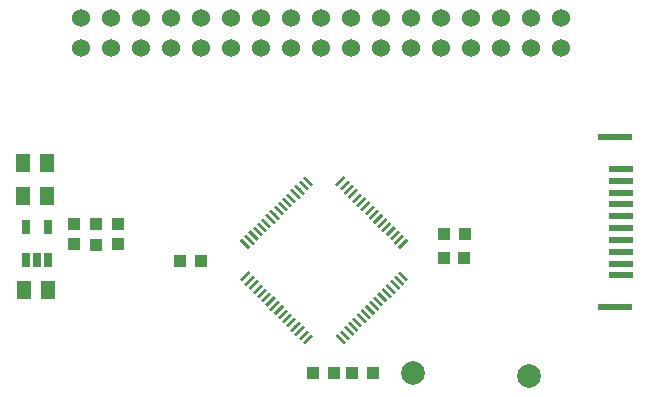
<source format=gtp>
G04 #@! TF.GenerationSoftware,KiCad,Pcbnew,(5.0.2)-1*
G04 #@! TF.CreationDate,2018-12-31T23:20:10+09:00*
G04 #@! TF.ProjectId,hdmi,68646d69-2e6b-4696-9361-645f70636258,rev?*
G04 #@! TF.SameCoordinates,Original*
G04 #@! TF.FileFunction,Paste,Top*
G04 #@! TF.FilePolarity,Positive*
%FSLAX46Y46*%
G04 Gerber Fmt 4.6, Leading zero omitted, Abs format (unit mm)*
G04 Created by KiCad (PCBNEW (5.0.2)-1) date 2018/12/31 23:20:10*
%MOMM*%
%LPD*%
G01*
G04 APERTURE LIST*
%ADD10R,2.000000X0.600000*%
%ADD11R,3.000000X0.600000*%
%ADD12R,1.297940X1.597660*%
%ADD13R,1.079500X1.049020*%
%ADD14R,1.049020X1.079500*%
%ADD15C,1.524000*%
%ADD16R,0.650000X1.200000*%
%ADD17C,0.250000*%
%ADD18C,0.150000*%
%ADD19C,2.000000*%
G04 APERTURE END LIST*
D10*
G04 #@! TO.C,J2*
X148000000Y-110500000D03*
X148000000Y-111500000D03*
X148000000Y-112500000D03*
X148000000Y-113500000D03*
X148000000Y-114500000D03*
X148000000Y-115500000D03*
X148000000Y-116500000D03*
X148000000Y-117500000D03*
X148000000Y-118500000D03*
X148000000Y-119500000D03*
D11*
X147500000Y-107800000D03*
X147500000Y-122200000D03*
G04 #@! TD*
D12*
G04 #@! TO.C,C1*
X97503580Y-120700000D03*
X99500020Y-120700000D03*
G04 #@! TD*
D13*
G04 #@! TO.C,C2*
X101700000Y-115126240D03*
X101700000Y-116873760D03*
G04 #@! TD*
D12*
G04 #@! TO.C,C3*
X97401780Y-112800000D03*
X99398220Y-112800000D03*
G04 #@! TD*
D14*
G04 #@! TO.C,C4*
X110726240Y-118300000D03*
X112473760Y-118300000D03*
G04 #@! TD*
G04 #@! TO.C,C5*
X123683760Y-127810000D03*
X121936240Y-127810000D03*
G04 #@! TD*
G04 #@! TO.C,C6*
X134747760Y-118000000D03*
X133000240Y-118000000D03*
G04 #@! TD*
G04 #@! TO.C,C7*
X133026240Y-116000000D03*
X134773760Y-116000000D03*
G04 #@! TD*
D15*
G04 #@! TO.C,J1*
X102280000Y-100270000D03*
X102280000Y-97730000D03*
X104820000Y-100270000D03*
X104820000Y-97730000D03*
X107360000Y-100270000D03*
X107360000Y-97730000D03*
X109900000Y-100270000D03*
X109900000Y-97730000D03*
X112440000Y-100270000D03*
X112440000Y-97730000D03*
X114980000Y-100270000D03*
X114980000Y-97730000D03*
X117520000Y-100270000D03*
X117520000Y-97730000D03*
X120060000Y-100270000D03*
X120060000Y-97730000D03*
X122600000Y-100270000D03*
X122600000Y-97730000D03*
X125140000Y-100270000D03*
X125140000Y-97730000D03*
X127680000Y-100270000D03*
X127680000Y-97730000D03*
X130220000Y-100270000D03*
X130220000Y-97730000D03*
X132760000Y-100270000D03*
X132760000Y-97730000D03*
X135300000Y-100270000D03*
X135300000Y-97730000D03*
X137840000Y-100270000D03*
X137840000Y-97730000D03*
X140380000Y-100270000D03*
X140380000Y-97730000D03*
X142920000Y-100270000D03*
X142920000Y-97730000D03*
G04 #@! TD*
D12*
G04 #@! TO.C,L1*
X97401780Y-110000000D03*
X99398220Y-110000000D03*
G04 #@! TD*
D14*
G04 #@! TO.C,R8*
X125270240Y-127800000D03*
X127017760Y-127800000D03*
G04 #@! TD*
D16*
G04 #@! TO.C,U1*
X97650000Y-118200000D03*
X98600000Y-118200000D03*
X99550000Y-118200000D03*
X99550000Y-115400000D03*
X97650000Y-115400000D03*
G04 #@! TD*
D17*
G04 #@! TO.C,U2*
X116217841Y-119578858D03*
D18*
G36*
X115952676Y-120020800D02*
X115775899Y-119844023D01*
X116483006Y-119136916D01*
X116659783Y-119313693D01*
X115952676Y-120020800D01*
X115952676Y-120020800D01*
G37*
D17*
X116571394Y-119932412D03*
D18*
G36*
X116306229Y-120374354D02*
X116129452Y-120197577D01*
X116836559Y-119490470D01*
X117013336Y-119667247D01*
X116306229Y-120374354D01*
X116306229Y-120374354D01*
G37*
D17*
X116924948Y-120285965D03*
D18*
G36*
X116659783Y-120727907D02*
X116483006Y-120551130D01*
X117190113Y-119844023D01*
X117366890Y-120020800D01*
X116659783Y-120727907D01*
X116659783Y-120727907D01*
G37*
D17*
X117278501Y-120639518D03*
D18*
G36*
X117013336Y-121081460D02*
X116836559Y-120904683D01*
X117543666Y-120197576D01*
X117720443Y-120374353D01*
X117013336Y-121081460D01*
X117013336Y-121081460D01*
G37*
D17*
X117632054Y-120993072D03*
D18*
G36*
X117366889Y-121435014D02*
X117190112Y-121258237D01*
X117897219Y-120551130D01*
X118073996Y-120727907D01*
X117366889Y-121435014D01*
X117366889Y-121435014D01*
G37*
D17*
X117985608Y-121346625D03*
D18*
G36*
X117720443Y-121788567D02*
X117543666Y-121611790D01*
X118250773Y-120904683D01*
X118427550Y-121081460D01*
X117720443Y-121788567D01*
X117720443Y-121788567D01*
G37*
D17*
X118339161Y-121700179D03*
D18*
G36*
X118073996Y-122142121D02*
X117897219Y-121965344D01*
X118604326Y-121258237D01*
X118781103Y-121435014D01*
X118073996Y-122142121D01*
X118073996Y-122142121D01*
G37*
D17*
X118692715Y-122053732D03*
D18*
G36*
X118427550Y-122495674D02*
X118250773Y-122318897D01*
X118957880Y-121611790D01*
X119134657Y-121788567D01*
X118427550Y-122495674D01*
X118427550Y-122495674D01*
G37*
D17*
X119046268Y-122407285D03*
D18*
G36*
X118781103Y-122849227D02*
X118604326Y-122672450D01*
X119311433Y-121965343D01*
X119488210Y-122142120D01*
X118781103Y-122849227D01*
X118781103Y-122849227D01*
G37*
D17*
X119399821Y-122760839D03*
D18*
G36*
X119134656Y-123202781D02*
X118957879Y-123026004D01*
X119664986Y-122318897D01*
X119841763Y-122495674D01*
X119134656Y-123202781D01*
X119134656Y-123202781D01*
G37*
D17*
X119753375Y-123114392D03*
D18*
G36*
X119488210Y-123556334D02*
X119311433Y-123379557D01*
X120018540Y-122672450D01*
X120195317Y-122849227D01*
X119488210Y-123556334D01*
X119488210Y-123556334D01*
G37*
D17*
X120106928Y-123467946D03*
D18*
G36*
X119841763Y-123909888D02*
X119664986Y-123733111D01*
X120372093Y-123026004D01*
X120548870Y-123202781D01*
X119841763Y-123909888D01*
X119841763Y-123909888D01*
G37*
D17*
X120460482Y-123821499D03*
D18*
G36*
X120195317Y-124263441D02*
X120018540Y-124086664D01*
X120725647Y-123379557D01*
X120902424Y-123556334D01*
X120195317Y-124263441D01*
X120195317Y-124263441D01*
G37*
D17*
X120814035Y-124175052D03*
D18*
G36*
X120548870Y-124616994D02*
X120372093Y-124440217D01*
X121079200Y-123733110D01*
X121255977Y-123909887D01*
X120548870Y-124616994D01*
X120548870Y-124616994D01*
G37*
D17*
X121167588Y-124528606D03*
D18*
G36*
X120902423Y-124970548D02*
X120725646Y-124793771D01*
X121432753Y-124086664D01*
X121609530Y-124263441D01*
X120902423Y-124970548D01*
X120902423Y-124970548D01*
G37*
D17*
X121521142Y-124882159D03*
D18*
G36*
X121255977Y-125324101D02*
X121079200Y-125147324D01*
X121786307Y-124440217D01*
X121963084Y-124616994D01*
X121255977Y-125324101D01*
X121255977Y-125324101D01*
G37*
D17*
X124278858Y-124882159D03*
D18*
G36*
X124720800Y-125147324D02*
X124544023Y-125324101D01*
X123836916Y-124616994D01*
X124013693Y-124440217D01*
X124720800Y-125147324D01*
X124720800Y-125147324D01*
G37*
D17*
X124632412Y-124528606D03*
D18*
G36*
X125074354Y-124793771D02*
X124897577Y-124970548D01*
X124190470Y-124263441D01*
X124367247Y-124086664D01*
X125074354Y-124793771D01*
X125074354Y-124793771D01*
G37*
D17*
X124985965Y-124175052D03*
D18*
G36*
X125427907Y-124440217D02*
X125251130Y-124616994D01*
X124544023Y-123909887D01*
X124720800Y-123733110D01*
X125427907Y-124440217D01*
X125427907Y-124440217D01*
G37*
D17*
X125339518Y-123821499D03*
D18*
G36*
X125781460Y-124086664D02*
X125604683Y-124263441D01*
X124897576Y-123556334D01*
X125074353Y-123379557D01*
X125781460Y-124086664D01*
X125781460Y-124086664D01*
G37*
D17*
X125693072Y-123467946D03*
D18*
G36*
X126135014Y-123733111D02*
X125958237Y-123909888D01*
X125251130Y-123202781D01*
X125427907Y-123026004D01*
X126135014Y-123733111D01*
X126135014Y-123733111D01*
G37*
D17*
X126046625Y-123114392D03*
D18*
G36*
X126488567Y-123379557D02*
X126311790Y-123556334D01*
X125604683Y-122849227D01*
X125781460Y-122672450D01*
X126488567Y-123379557D01*
X126488567Y-123379557D01*
G37*
D17*
X126400179Y-122760839D03*
D18*
G36*
X126842121Y-123026004D02*
X126665344Y-123202781D01*
X125958237Y-122495674D01*
X126135014Y-122318897D01*
X126842121Y-123026004D01*
X126842121Y-123026004D01*
G37*
D17*
X126753732Y-122407285D03*
D18*
G36*
X127195674Y-122672450D02*
X127018897Y-122849227D01*
X126311790Y-122142120D01*
X126488567Y-121965343D01*
X127195674Y-122672450D01*
X127195674Y-122672450D01*
G37*
D17*
X127107285Y-122053732D03*
D18*
G36*
X127549227Y-122318897D02*
X127372450Y-122495674D01*
X126665343Y-121788567D01*
X126842120Y-121611790D01*
X127549227Y-122318897D01*
X127549227Y-122318897D01*
G37*
D17*
X127460839Y-121700179D03*
D18*
G36*
X127902781Y-121965344D02*
X127726004Y-122142121D01*
X127018897Y-121435014D01*
X127195674Y-121258237D01*
X127902781Y-121965344D01*
X127902781Y-121965344D01*
G37*
D17*
X127814392Y-121346625D03*
D18*
G36*
X128256334Y-121611790D02*
X128079557Y-121788567D01*
X127372450Y-121081460D01*
X127549227Y-120904683D01*
X128256334Y-121611790D01*
X128256334Y-121611790D01*
G37*
D17*
X128167946Y-120993072D03*
D18*
G36*
X128609888Y-121258237D02*
X128433111Y-121435014D01*
X127726004Y-120727907D01*
X127902781Y-120551130D01*
X128609888Y-121258237D01*
X128609888Y-121258237D01*
G37*
D17*
X128521499Y-120639518D03*
D18*
G36*
X128963441Y-120904683D02*
X128786664Y-121081460D01*
X128079557Y-120374353D01*
X128256334Y-120197576D01*
X128963441Y-120904683D01*
X128963441Y-120904683D01*
G37*
D17*
X128875052Y-120285965D03*
D18*
G36*
X129316994Y-120551130D02*
X129140217Y-120727907D01*
X128433110Y-120020800D01*
X128609887Y-119844023D01*
X129316994Y-120551130D01*
X129316994Y-120551130D01*
G37*
D17*
X129228606Y-119932412D03*
D18*
G36*
X129670548Y-120197577D02*
X129493771Y-120374354D01*
X128786664Y-119667247D01*
X128963441Y-119490470D01*
X129670548Y-120197577D01*
X129670548Y-120197577D01*
G37*
D17*
X129582159Y-119578858D03*
D18*
G36*
X130024101Y-119844023D02*
X129847324Y-120020800D01*
X129140217Y-119313693D01*
X129316994Y-119136916D01*
X130024101Y-119844023D01*
X130024101Y-119844023D01*
G37*
D17*
X129582159Y-116821142D03*
D18*
G36*
X129316994Y-117263084D02*
X129140217Y-117086307D01*
X129847324Y-116379200D01*
X130024101Y-116555977D01*
X129316994Y-117263084D01*
X129316994Y-117263084D01*
G37*
D17*
X129228606Y-116467588D03*
D18*
G36*
X128963441Y-116909530D02*
X128786664Y-116732753D01*
X129493771Y-116025646D01*
X129670548Y-116202423D01*
X128963441Y-116909530D01*
X128963441Y-116909530D01*
G37*
D17*
X128875052Y-116114035D03*
D18*
G36*
X128609887Y-116555977D02*
X128433110Y-116379200D01*
X129140217Y-115672093D01*
X129316994Y-115848870D01*
X128609887Y-116555977D01*
X128609887Y-116555977D01*
G37*
D17*
X128521499Y-115760482D03*
D18*
G36*
X128256334Y-116202424D02*
X128079557Y-116025647D01*
X128786664Y-115318540D01*
X128963441Y-115495317D01*
X128256334Y-116202424D01*
X128256334Y-116202424D01*
G37*
D17*
X128167946Y-115406928D03*
D18*
G36*
X127902781Y-115848870D02*
X127726004Y-115672093D01*
X128433111Y-114964986D01*
X128609888Y-115141763D01*
X127902781Y-115848870D01*
X127902781Y-115848870D01*
G37*
D17*
X127814392Y-115053375D03*
D18*
G36*
X127549227Y-115495317D02*
X127372450Y-115318540D01*
X128079557Y-114611433D01*
X128256334Y-114788210D01*
X127549227Y-115495317D01*
X127549227Y-115495317D01*
G37*
D17*
X127460839Y-114699821D03*
D18*
G36*
X127195674Y-115141763D02*
X127018897Y-114964986D01*
X127726004Y-114257879D01*
X127902781Y-114434656D01*
X127195674Y-115141763D01*
X127195674Y-115141763D01*
G37*
D17*
X127107285Y-114346268D03*
D18*
G36*
X126842120Y-114788210D02*
X126665343Y-114611433D01*
X127372450Y-113904326D01*
X127549227Y-114081103D01*
X126842120Y-114788210D01*
X126842120Y-114788210D01*
G37*
D17*
X126753732Y-113992715D03*
D18*
G36*
X126488567Y-114434657D02*
X126311790Y-114257880D01*
X127018897Y-113550773D01*
X127195674Y-113727550D01*
X126488567Y-114434657D01*
X126488567Y-114434657D01*
G37*
D17*
X126400179Y-113639161D03*
D18*
G36*
X126135014Y-114081103D02*
X125958237Y-113904326D01*
X126665344Y-113197219D01*
X126842121Y-113373996D01*
X126135014Y-114081103D01*
X126135014Y-114081103D01*
G37*
D17*
X126046625Y-113285608D03*
D18*
G36*
X125781460Y-113727550D02*
X125604683Y-113550773D01*
X126311790Y-112843666D01*
X126488567Y-113020443D01*
X125781460Y-113727550D01*
X125781460Y-113727550D01*
G37*
D17*
X125693072Y-112932054D03*
D18*
G36*
X125427907Y-113373996D02*
X125251130Y-113197219D01*
X125958237Y-112490112D01*
X126135014Y-112666889D01*
X125427907Y-113373996D01*
X125427907Y-113373996D01*
G37*
D17*
X125339518Y-112578501D03*
D18*
G36*
X125074353Y-113020443D02*
X124897576Y-112843666D01*
X125604683Y-112136559D01*
X125781460Y-112313336D01*
X125074353Y-113020443D01*
X125074353Y-113020443D01*
G37*
D17*
X124985965Y-112224948D03*
D18*
G36*
X124720800Y-112666890D02*
X124544023Y-112490113D01*
X125251130Y-111783006D01*
X125427907Y-111959783D01*
X124720800Y-112666890D01*
X124720800Y-112666890D01*
G37*
D17*
X124632412Y-111871394D03*
D18*
G36*
X124367247Y-112313336D02*
X124190470Y-112136559D01*
X124897577Y-111429452D01*
X125074354Y-111606229D01*
X124367247Y-112313336D01*
X124367247Y-112313336D01*
G37*
D17*
X124278858Y-111517841D03*
D18*
G36*
X124013693Y-111959783D02*
X123836916Y-111783006D01*
X124544023Y-111075899D01*
X124720800Y-111252676D01*
X124013693Y-111959783D01*
X124013693Y-111959783D01*
G37*
D17*
X121521142Y-111517841D03*
D18*
G36*
X121963084Y-111783006D02*
X121786307Y-111959783D01*
X121079200Y-111252676D01*
X121255977Y-111075899D01*
X121963084Y-111783006D01*
X121963084Y-111783006D01*
G37*
D17*
X121167588Y-111871394D03*
D18*
G36*
X121609530Y-112136559D02*
X121432753Y-112313336D01*
X120725646Y-111606229D01*
X120902423Y-111429452D01*
X121609530Y-112136559D01*
X121609530Y-112136559D01*
G37*
D17*
X120814035Y-112224948D03*
D18*
G36*
X121255977Y-112490113D02*
X121079200Y-112666890D01*
X120372093Y-111959783D01*
X120548870Y-111783006D01*
X121255977Y-112490113D01*
X121255977Y-112490113D01*
G37*
D17*
X120460482Y-112578501D03*
D18*
G36*
X120902424Y-112843666D02*
X120725647Y-113020443D01*
X120018540Y-112313336D01*
X120195317Y-112136559D01*
X120902424Y-112843666D01*
X120902424Y-112843666D01*
G37*
D17*
X120106928Y-112932054D03*
D18*
G36*
X120548870Y-113197219D02*
X120372093Y-113373996D01*
X119664986Y-112666889D01*
X119841763Y-112490112D01*
X120548870Y-113197219D01*
X120548870Y-113197219D01*
G37*
D17*
X119753375Y-113285608D03*
D18*
G36*
X120195317Y-113550773D02*
X120018540Y-113727550D01*
X119311433Y-113020443D01*
X119488210Y-112843666D01*
X120195317Y-113550773D01*
X120195317Y-113550773D01*
G37*
D17*
X119399821Y-113639161D03*
D18*
G36*
X119841763Y-113904326D02*
X119664986Y-114081103D01*
X118957879Y-113373996D01*
X119134656Y-113197219D01*
X119841763Y-113904326D01*
X119841763Y-113904326D01*
G37*
D17*
X119046268Y-113992715D03*
D18*
G36*
X119488210Y-114257880D02*
X119311433Y-114434657D01*
X118604326Y-113727550D01*
X118781103Y-113550773D01*
X119488210Y-114257880D01*
X119488210Y-114257880D01*
G37*
D17*
X118692715Y-114346268D03*
D18*
G36*
X119134657Y-114611433D02*
X118957880Y-114788210D01*
X118250773Y-114081103D01*
X118427550Y-113904326D01*
X119134657Y-114611433D01*
X119134657Y-114611433D01*
G37*
D17*
X118339161Y-114699821D03*
D18*
G36*
X118781103Y-114964986D02*
X118604326Y-115141763D01*
X117897219Y-114434656D01*
X118073996Y-114257879D01*
X118781103Y-114964986D01*
X118781103Y-114964986D01*
G37*
D17*
X117985608Y-115053375D03*
D18*
G36*
X118427550Y-115318540D02*
X118250773Y-115495317D01*
X117543666Y-114788210D01*
X117720443Y-114611433D01*
X118427550Y-115318540D01*
X118427550Y-115318540D01*
G37*
D17*
X117632054Y-115406928D03*
D18*
G36*
X118073996Y-115672093D02*
X117897219Y-115848870D01*
X117190112Y-115141763D01*
X117366889Y-114964986D01*
X118073996Y-115672093D01*
X118073996Y-115672093D01*
G37*
D17*
X117278501Y-115760482D03*
D18*
G36*
X117720443Y-116025647D02*
X117543666Y-116202424D01*
X116836559Y-115495317D01*
X117013336Y-115318540D01*
X117720443Y-116025647D01*
X117720443Y-116025647D01*
G37*
D17*
X116924948Y-116114035D03*
D18*
G36*
X117366890Y-116379200D02*
X117190113Y-116555977D01*
X116483006Y-115848870D01*
X116659783Y-115672093D01*
X117366890Y-116379200D01*
X117366890Y-116379200D01*
G37*
D17*
X116571394Y-116467588D03*
D18*
G36*
X117013336Y-116732753D02*
X116836559Y-116909530D01*
X116129452Y-116202423D01*
X116306229Y-116025646D01*
X117013336Y-116732753D01*
X117013336Y-116732753D01*
G37*
D17*
X116217841Y-116821142D03*
D18*
G36*
X116659783Y-117086307D02*
X116483006Y-117263084D01*
X115775899Y-116555977D01*
X115952676Y-116379200D01*
X116659783Y-117086307D01*
X116659783Y-117086307D01*
G37*
G04 #@! TD*
D13*
G04 #@! TO.C,R9*
X103600000Y-116899760D03*
X103600000Y-115152240D03*
G04 #@! TD*
G04 #@! TO.C,D1*
X105400000Y-116873760D03*
X105400000Y-115126240D03*
G04 #@! TD*
D19*
G04 #@! TO.C,TP1*
X130400000Y-127800000D03*
G04 #@! TD*
G04 #@! TO.C,TP2*
X140200000Y-128000000D03*
G04 #@! TD*
M02*

</source>
